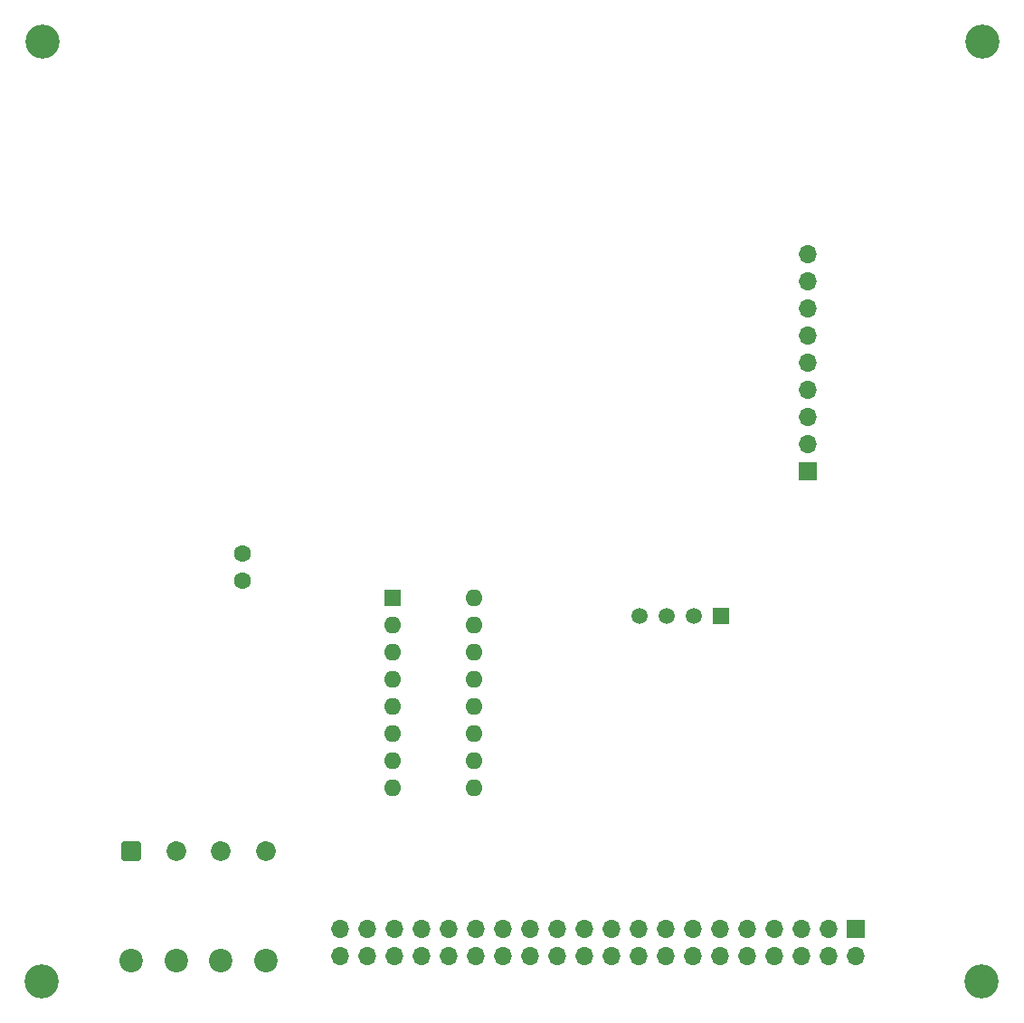
<source format=gbr>
%TF.GenerationSoftware,KiCad,Pcbnew,(6.0.7)*%
%TF.CreationDate,2023-01-28T09:17:52+03:00*%
%TF.ProjectId,Omarichet Sensor Shield 1.2,4f6d6172-6963-4686-9574-2053656e736f,rev?*%
%TF.SameCoordinates,Original*%
%TF.FileFunction,Soldermask,Bot*%
%TF.FilePolarity,Negative*%
%FSLAX46Y46*%
G04 Gerber Fmt 4.6, Leading zero omitted, Abs format (unit mm)*
G04 Created by KiCad (PCBNEW (6.0.7)) date 2023-01-28 09:17:52*
%MOMM*%
%LPD*%
G01*
G04 APERTURE LIST*
G04 Aperture macros list*
%AMRoundRect*
0 Rectangle with rounded corners*
0 $1 Rounding radius*
0 $2 $3 $4 $5 $6 $7 $8 $9 X,Y pos of 4 corners*
0 Add a 4 corners polygon primitive as box body*
4,1,4,$2,$3,$4,$5,$6,$7,$8,$9,$2,$3,0*
0 Add four circle primitives for the rounded corners*
1,1,$1+$1,$2,$3*
1,1,$1+$1,$4,$5*
1,1,$1+$1,$6,$7*
1,1,$1+$1,$8,$9*
0 Add four rect primitives between the rounded corners*
20,1,$1+$1,$2,$3,$4,$5,0*
20,1,$1+$1,$4,$5,$6,$7,0*
20,1,$1+$1,$6,$7,$8,$9,0*
20,1,$1+$1,$8,$9,$2,$3,0*%
G04 Aperture macros list end*
%ADD10R,1.500000X1.500000*%
%ADD11C,1.500000*%
%ADD12C,3.200000*%
%ADD13R,1.700000X1.700000*%
%ADD14O,1.700000X1.700000*%
%ADD15C,1.600000*%
%ADD16R,1.600000X1.600000*%
%ADD17O,1.600000X1.600000*%
%ADD18C,2.200000*%
%ADD19RoundRect,0.250000X-0.675000X-0.675000X0.675000X-0.675000X0.675000X0.675000X-0.675000X0.675000X0*%
%ADD20C,1.850000*%
G04 APERTURE END LIST*
D10*
%TO.C,U4*%
X154660000Y-108680000D03*
D11*
X152120000Y-108680000D03*
X149580000Y-108680000D03*
X147040000Y-108680000D03*
%TD*%
D12*
%TO.C,H1*%
X91100000Y-142900000D03*
%TD*%
%TO.C,H4*%
X179200000Y-54900000D03*
%TD*%
%TO.C,H2*%
X91200000Y-54900000D03*
%TD*%
D13*
%TO.C,J1*%
X162850000Y-95140000D03*
D14*
X162850000Y-92600000D03*
X162850000Y-90060000D03*
X162850000Y-87520000D03*
X162850000Y-84980000D03*
X162850000Y-82440000D03*
X162850000Y-79900000D03*
X162850000Y-77360000D03*
X162850000Y-74820000D03*
%TD*%
D15*
%TO.C,R10*%
X109910000Y-102870000D03*
X109910000Y-105410000D03*
%TD*%
D16*
%TO.C,U6*%
X124000000Y-106965000D03*
D17*
X124000000Y-109505000D03*
X124000000Y-112045000D03*
X124000000Y-114585000D03*
X124000000Y-117125000D03*
X124000000Y-119665000D03*
X124000000Y-122205000D03*
X124000000Y-124745000D03*
X131620000Y-124745000D03*
X131620000Y-122205000D03*
X131620000Y-119665000D03*
X131620000Y-117125000D03*
X131620000Y-114585000D03*
X131620000Y-112045000D03*
X131620000Y-109505000D03*
X131620000Y-106965000D03*
%TD*%
D18*
%TO.C,J2*%
X99500000Y-140910000D03*
X112100000Y-140910000D03*
X103700000Y-140910000D03*
X107900000Y-140910000D03*
D19*
X99500000Y-130710000D03*
D20*
X103700000Y-130710000D03*
X107900000Y-130710000D03*
X112100000Y-130710000D03*
%TD*%
D12*
%TO.C,H3*%
X179100000Y-142850000D03*
%TD*%
D13*
%TO.C,J3*%
X167300000Y-138010000D03*
D14*
X167300000Y-140550000D03*
X164760000Y-138010000D03*
X164760000Y-140550000D03*
X162220000Y-138010000D03*
X162220000Y-140550000D03*
X159680000Y-138010000D03*
X159680000Y-140550000D03*
X157140000Y-138010000D03*
X157140000Y-140550000D03*
X154600000Y-138010000D03*
X154600000Y-140550000D03*
X152060000Y-138010000D03*
X152060000Y-140550000D03*
X149520000Y-138010000D03*
X149520000Y-140550000D03*
X146980000Y-138010000D03*
X146980000Y-140550000D03*
X144440000Y-138010000D03*
X144440000Y-140550000D03*
X141900000Y-138010000D03*
X141900000Y-140550000D03*
X139360000Y-138010000D03*
X139360000Y-140550000D03*
X136820000Y-138010000D03*
X136820000Y-140550000D03*
X134280000Y-138010000D03*
X134280000Y-140550000D03*
X131740000Y-138010000D03*
X131740000Y-140550000D03*
X129200000Y-138010000D03*
X129200000Y-140550000D03*
X126660000Y-138010000D03*
X126660000Y-140550000D03*
X124120000Y-138010000D03*
X124120000Y-140550000D03*
X121580000Y-138010000D03*
X121580000Y-140550000D03*
X119040000Y-138010000D03*
X119040000Y-140550000D03*
%TD*%
M02*

</source>
